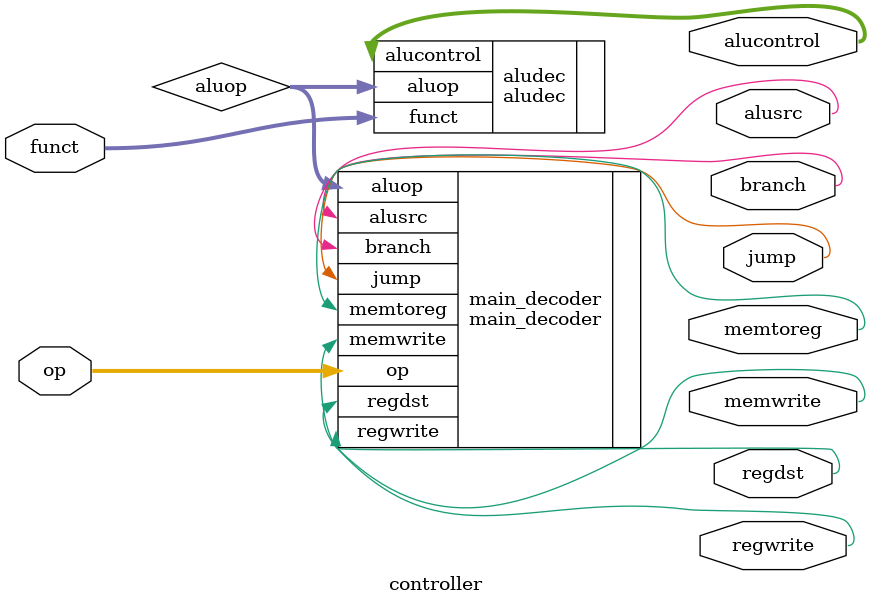
<source format=v>
`timescale 1ns / 1ps

module controller(input [5:0] op,
                  input [5:0] funct,
                  output regdst,
                  output regwrite,
                  output alusrc,
                  output memwrite,
                  output memtoreg,
                  output branch,
                  output jump,
                  output [2:0]alucontrol);

wire [1:0]aluop;

main_decoder main_decoder(
    .op(op),
    .regdst(regdst),
    .regwrite(regwrite),
    .alusrc(alusrc),
    .memwrite(memwrite),
    .memtoreg(memtoreg),
    .branch(branch),
    .jump(jump),
    .aluop(aluop)
);

aludec aludec(
    .funct(funct),
    .aluop(aluop),
    .alucontrol(alucontrol)
);

endmodule

</source>
